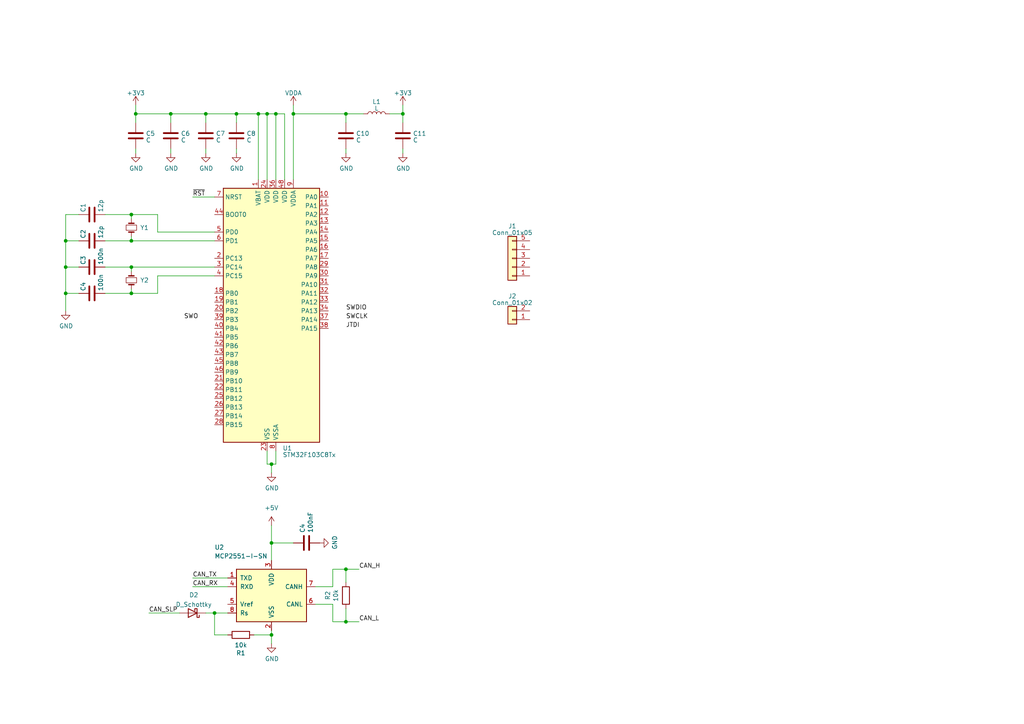
<source format=kicad_sch>
(kicad_sch (version 20230121) (generator eeschema)
  (paper "A4")
  (lib_symbols
    (symbol "Connector_Generic:Conn_01x02" (pin_names (offset 1.016) hide)
      (property "Reference" "J" (at 0 2.54 0))
      (property "Value" "Conn_01x02" (at 0 -5.08 0))
      (symbol "Conn_01x02_1_1"
        (rectangle (start -1.27 -2.413) (end 0 -2.667) (stroke (width 0.1524)))
        (rectangle (start -1.27 0.127) (end 0 -0.127) (stroke (width 0.1524)))
        (rectangle (start -1.27 1.27) (end 1.27 -3.81) (stroke (width 0.254)) (fill (type background)))
        (pin passive line (at -5.08 0 0) (length 3.81) (name "Pin_1") (number "1"))
        (pin passive line (at -5.08 -2.54 0) (length 3.81) (name "Pin_2") (number "2"))
      )
    )
    (symbol "Connector_Generic:Conn_01x05" (pin_names (offset 1.016) hide)
      (property "Reference" "J" (at 0 7.62 0))
      (property "Value" "Conn_01x05" (at 0 -7.62 0))
      (symbol "Conn_01x05_1_1"
        (rectangle (start -1.27 -4.953) (end 0 -5.207) (stroke (width 0.1524)))
        (rectangle (start -1.27 -2.413) (end 0 -2.667) (stroke (width 0.1524)))
        (rectangle (start -1.27 0.127) (end 0 -0.127) (stroke (width 0.1524)))
        (rectangle (start -1.27 2.667) (end 0 2.413) (stroke (width 0.1524)))
        (rectangle (start -1.27 5.207) (end 0 4.953) (stroke (width 0.1524)))
        (rectangle (start -1.27 6.35) (end 1.27 -6.35) (stroke (width 0.254)) (fill (type background)))
        (pin passive line (at -5.08 5.08 0) (length 3.81) (name "Pin_1") (number "1"))
        (pin passive line (at -5.08 2.54 0) (length 3.81) (name "Pin_2") (number "2"))
        (pin passive line (at -5.08 0 0) (length 3.81) (name "Pin_3") (number "3"))
        (pin passive line (at -5.08 -2.54 0) (length 3.81) (name "Pin_4") (number "4"))
        (pin passive line (at -5.08 -5.08 0) (length 3.81) (name "Pin_5") (number "5"))
      )
    )
    (symbol "Device:C" (pin_numbers hide) (pin_names (offset 0.254))
      (property "Reference" "C" (at 0.635 2.54 0))
      (property "Value" "C" (at 0.635 -2.54 0))
      (symbol "C_0_1"
        (polyline (pts (xy -2.032 -0.762) (xy 2.032 -0.762)) (stroke (width 0.508)))
        (polyline (pts (xy -2.032 0.762) (xy 2.032 0.762)) (stroke (width 0.508)))
      )
      (symbol "C_1_1"
        (pin passive line (at 0 3.81 270) (length 2.794) (name "~") (number "1"))
        (pin passive line (at 0 -3.81 90) (length 2.794) (name "~") (number "2"))
      )
    )
    (symbol "Device:Crystal_Small" (pin_numbers hide) (pin_names (offset 1.016) hide)
      (property "Reference" "Y" (at 0 2.54 0))
      (property "Value" "Crystal_Small" (at 0 -2.54 0))
      (symbol "Crystal_Small_0_1"
        (rectangle (start -0.762 -1.524) (end 0.762 1.524))
        (polyline (pts (xy -1.27 -0.762) (xy -1.27 0.762)) (stroke (width 0.381)))
        (polyline (pts (xy 1.27 -0.762) (xy 1.27 0.762)) (stroke (width 0.381)))
      )
      (symbol "Crystal_Small_1_1"
        (pin passive line (at -2.54 0 0) (length 1.27) (name "1") (number "1"))
        (pin passive line (at 2.54 0 180) (length 1.27) (name "2") (number "2"))
      )
    )
    (symbol "Device:D_Schottky" (pin_numbers hide) (pin_names (offset 1.016) hide)
      (property "Reference" "D" (at 0 2.54 0))
      (property "Value" "D_Schottky" (at 0 -2.54 0))
      (symbol "D_Schottky_0_1"
        (polyline (pts (xy 1.27 0) (xy -1.27 0)))
        (polyline (pts (xy 1.27 1.27) (xy 1.27 -1.27) (xy -1.27 0) (xy 1.27 1.27)) (stroke (width 0.254)))
        (polyline (pts (xy -1.905 0.635) (xy -1.905 1.27) (xy -1.27 1.27) (xy -1.27 -1.27) (xy -0.635 -1.27) (xy -0.635 -0.635)) (stroke (width 0.254)))
      )
      (symbol "D_Schottky_1_1"
        (pin passive line (at -3.81 0 0) (length 2.54) (name "K") (number "1"))
        (pin passive line (at 3.81 0 180) (length 2.54) (name "A") (number "2"))
      )
    )
    (symbol "Device:L" (pin_numbers hide) (pin_names (offset 1.016) hide)
      (property "Reference" "L" (at -1.27 0 90))
      (property "Value" "L" (at 1.905 0 90))
      (symbol "L_0_1"
        (arc (start 0 -2.54) (mid 0.6323 -1.905) (end 0 -1.27))
        (arc (start 0 -1.27) (mid 0.6323 -0.635) (end 0 0))
        (arc (start 0 0) (mid 0.6323 0.635) (end 0 1.27))
        (arc (start 0 1.27) (mid 0.6323 1.905) (end 0 2.54))
      )
      (symbol "L_1_1"
        (pin passive line (at 0 3.81 270) (length 1.27) (name "1") (number "1"))
        (pin passive line (at 0 -3.81 90) (length 1.27) (name "2") (number "2"))
      )
    )
    (symbol "Device:R" (pin_numbers hide) (pin_names (offset 0))
      (property "Reference" "R" (at 2.032 0 90))
      (property "Value" "R" (at 0 0 90))
      (symbol "R_0_1"
        (rectangle (start -1.016 -2.54) (end 1.016 2.54) (stroke (width 0.254)))
      )
      (symbol "R_1_1"
        (pin passive line (at 0 3.81 270) (length 1.27) (name "~") (number "1"))
        (pin passive line (at 0 -3.81 90) (length 1.27) (name "~") (number "2"))
      )
    )
    (symbol "Interface_CAN_LIN:MCP2551-I-SN" (pin_names (offset 1.016))
      (property "Reference" "U" (at -10.16 8.89 0))
      (property "Value" "MCP2551-I-SN" (at 2.54 8.89 0))
      (symbol "MCP2551-I-SN_0_1"
        (rectangle (start -10.16 7.62) (end 10.16 -7.62) (stroke (width 0.254)) (fill (type background)))
      )
      (symbol "MCP2551-I-SN_1_1"
        (pin input line (at -12.7 5.08 0) (length 2.54) (name "TXD") (number "1"))
        (pin power_in line (at 0 -10.16 90) (length 2.54) (name "VSS") (number "2"))
        (pin power_in line (at 0 10.16 270) (length 2.54) (name "VDD") (number "3"))
        (pin output line (at -12.7 2.54 0) (length 2.54) (name "RXD") (number "4"))
        (pin power_out line (at -12.7 -2.54 0) (length 2.54) (name "Vref") (number "5"))
        (pin bidirectional line (at 12.7 -2.54 180) (length 2.54) (name "CANL") (number "6"))
        (pin bidirectional line (at 12.7 2.54 180) (length 2.54) (name "CANH") (number "7"))
        (pin input line (at -12.7 -5.08 0) (length 2.54) (name "Rs") (number "8"))
      )
    )
    (symbol "MCU_ST_STM32F1:STM32F103C8Tx"
      (property "Reference" "U" (at -12.7 39.37 0))
      (property "Value" "STM32F103C8Tx" (at 10.16 39.37 0))
      (symbol "STM32F103C8Tx_0_1"
        (rectangle (start -12.7 -35.56) (end 15.24 38.1) (stroke (width 0.254)) (fill (type background)))
      )
      (symbol "STM32F103C8Tx_1_1"
        (pin power_in line (at -2.54 40.64 270) (length 2.54) (name "VBAT") (number "1"))
        (pin bidirectional line (at 17.78 35.56 180) (length 2.54) (name "PA0") (number "10"))
        (pin bidirectional line (at 17.78 33.02 180) (length 2.54) (name "PA1") (number "11"))
        (pin bidirectional line (at 17.78 30.48 180) (length 2.54) (name "PA2") (number "12"))
        (pin bidirectional line (at 17.78 27.94 180) (length 2.54) (name "PA3") (number "13"))
        (pin bidirectional line (at 17.78 25.4 180) (length 2.54) (name "PA4") (number "14"))
        (pin bidirectional line (at 17.78 22.86 180) (length 2.54) (name "PA5") (number "15"))
        (pin bidirectional line (at 17.78 20.32 180) (length 2.54) (name "PA6") (number "16"))
        (pin bidirectional line (at 17.78 17.78 180) (length 2.54) (name "PA7") (number "17"))
        (pin bidirectional line (at -15.24 7.62 0) (length 2.54) (name "PB0") (number "18"))
        (pin bidirectional line (at -15.24 5.08 0) (length 2.54) (name "PB1") (number "19"))
        (pin bidirectional line (at -15.24 17.78 0) (length 2.54) (name "PC13") (number "2"))
        (pin bidirectional line (at -15.24 2.54 0) (length 2.54) (name "PB2") (number "20"))
        (pin bidirectional line (at -15.24 -17.78 0) (length 2.54) (name "PB10") (number "21"))
        (pin bidirectional line (at -15.24 -20.32 0) (length 2.54) (name "PB11") (number "22"))
        (pin power_in line (at 0 -38.1 90) (length 2.54) (name "VSS") (number "23"))
        (pin power_in line (at 0 40.64 270) (length 2.54) (name "VDD") (number "24"))
        (pin bidirectional line (at -15.24 -22.86 0) (length 2.54) (name "PB12") (number "25"))
        (pin bidirectional line (at -15.24 -25.4 0) (length 2.54) (name "PB13") (number "26"))
        (pin bidirectional line (at -15.24 -27.94 0) (length 2.54) (name "PB14") (number "27"))
        (pin bidirectional line (at -15.24 -30.48 0) (length 2.54) (name "PB15") (number "28"))
        (pin bidirectional line (at 17.78 15.24 180) (length 2.54) (name "PA8") (number "29"))
        (pin bidirectional line (at -15.24 15.24 0) (length 2.54) (name "PC14") (number "3"))
        (pin bidirectional line (at 17.78 12.7 180) (length 2.54) (name "PA9") (number "30"))
        (pin bidirectional line (at 17.78 10.16 180) (length 2.54) (name "PA10") (number "31"))
        (pin bidirectional line (at 17.78 7.62 180) (length 2.54) (name "PA11") (number "32"))
        (pin bidirectional line (at 17.78 5.08 180) (length 2.54) (name "PA12") (number "33"))
        (pin bidirectional line (at 17.78 2.54 180) (length 2.54) (name "PA13") (number "34"))
        (pin passive line (at 0 -38.1 90) (length 2.54) hide (name "VSS") (number "35"))
        (pin power_in line (at 2.54 40.64 270) (length 2.54) (name "VDD") (number "36"))
        (pin bidirectional line (at 17.78 0 180) (length 2.54) (name "PA14") (number "37"))
        (pin bidirectional line (at 17.78 -2.54 180) (length 2.54) (name "PA15") (number "38"))
        (pin bidirectional line (at -15.24 0 0) (length 2.54) (name "PB3") (number "39"))
        (pin bidirectional line (at -15.24 12.7 0) (length 2.54) (name "PC15") (number "4"))
        (pin bidirectional line (at -15.24 -2.54 0) (length 2.54) (name "PB4") (number "40"))
        (pin bidirectional line (at -15.24 -5.08 0) (length 2.54) (name "PB5") (number "41"))
        (pin bidirectional line (at -15.24 -7.62 0) (length 2.54) (name "PB6") (number "42"))
        (pin bidirectional line (at -15.24 -10.16 0) (length 2.54) (name "PB7") (number "43"))
        (pin input line (at -15.24 30.48 0) (length 2.54) (name "BOOT0") (number "44"))
        (pin bidirectional line (at -15.24 -12.7 0) (length 2.54) (name "PB8") (number "45"))
        (pin bidirectional line (at -15.24 -15.24 0) (length 2.54) (name "PB9") (number "46"))
        (pin passive line (at 0 -38.1 90) (length 2.54) hide (name "VSS") (number "47"))
        (pin power_in line (at 5.08 40.64 270) (length 2.54) (name "VDD") (number "48"))
        (pin bidirectional line (at -15.24 25.4 0) (length 2.54) (name "PD0") (number "5"))
        (pin bidirectional line (at -15.24 22.86 0) (length 2.54) (name "PD1") (number "6"))
        (pin input line (at -15.24 35.56 0) (length 2.54) (name "NRST") (number "7"))
        (pin power_in line (at 2.54 -38.1 90) (length 2.54) (name "VSSA") (number "8"))
        (pin power_in line (at 7.62 40.64 270) (length 2.54) (name "VDDA") (number "9"))
      )
    )
    (symbol "power:+3V3" (power) (pin_names (offset 0))
      (property "Value" "+3V3" (at 0 3.556 0))
      (symbol "+3V3_0_1"
        (polyline (pts (xy -0.762 1.27) (xy 0 2.54)))
        (polyline (pts (xy 0 0) (xy 0 2.54)))
        (polyline (pts (xy 0 2.54) (xy 0.762 1.27)))
      )
      (symbol "+3V3_1_1"
        (pin power_in line (at 0 0 90) (length 0) hide (name "+3V3") (number "1"))
      )
    )
    (symbol "power:+5V" (power) (pin_names (offset 0))
      (property "Value" "+5V" (at 0 3.556 0))
      (symbol "+5V_0_1"
        (polyline (pts (xy -0.762 1.27) (xy 0 2.54)))
        (polyline (pts (xy 0 0) (xy 0 2.54)))
        (polyline (pts (xy 0 2.54) (xy 0.762 1.27)))
      )
      (symbol "+5V_1_1"
        (pin power_in line (at 0 0 90) (length 0) hide (name "+5V") (number "1"))
      )
    )
    (symbol "power:GND" (power) (pin_names (offset 0))
      (property "Value" "GND" (at 0 -3.81 0))
      (symbol "GND_0_1"
        (polyline (pts (xy 0 0) (xy 0 -1.27) (xy 1.27 -1.27) (xy 0 -2.54) (xy -1.27 -1.27) (xy 0 -1.27)))
      )
      (symbol "GND_1_1"
        (pin power_in line (at 0 0 270) (length 0) hide (name "GND") (number "1"))
      )
    )
    (symbol "power:VDDA" (power) (pin_names (offset 0))
      (property "Value" "VDDA" (at 0 3.81 0))
      (symbol "VDDA_0_1"
        (polyline (pts (xy -0.762 1.27) (xy 0 2.54)))
        (polyline (pts (xy 0 0) (xy 0 2.54)))
        (polyline (pts (xy 0 2.54) (xy 0.762 1.27)))
      )
      (symbol "VDDA_1_1"
        (pin power_in line (at 0 0 90) (length 0) hide (name "VDDA") (number "1"))
      )
    )
  )
  (junction (at 80.01 33.02))
  (junction (at 74.93 33.02))
  (junction (at 100.33 33.02))
  (junction (at 100.33 180.34))
  (junction (at 78.74 134.62))
  (junction (at 59.69 33.02))
  (junction (at 85.09 33.02))
  (junction (at 49.53 33.02))
  (junction (at 62.23 177.8))
  (junction (at 38.1 69.85))
  (junction (at 38.1 85.09))
  (junction (at 78.74 157.48))
  (junction (at 19.05 77.47))
  (junction (at 68.58 33.02))
  (junction (at 116.84 33.02))
  (junction (at 38.1 62.23))
  (junction (at 39.37 33.02))
  (junction (at 77.47 33.02))
  (junction (at 78.74 184.15))
  (junction (at 19.05 69.85))
  (junction (at 38.1 77.47))
  (junction (at 19.05 85.09))
  (junction (at 100.33 165.1))
  (wire (pts (xy 85.09 30.48) (xy 85.09 33.02)))
  (wire (pts (xy 45.72 62.23) (xy 38.1 62.23)))
  (wire (pts (xy 78.74 152.4) (xy 78.74 157.48)))
  (wire (pts (xy 78.74 137.16) (xy 78.74 134.62)))
  (wire (pts (xy 43.18 177.8) (xy 52.07 177.8)))
  (wire (pts (xy 30.48 62.23) (xy 38.1 62.23)))
  (wire (pts (xy 38.1 62.23) (xy 38.1 63.5)))
  (wire (pts (xy 100.33 43.18) (xy 100.33 44.45)))
  (wire (pts (xy 55.88 57.15) (xy 62.23 57.15)))
  (wire (pts (xy 30.48 77.47) (xy 38.1 77.47)))
  (wire (pts (xy 38.1 83.82) (xy 38.1 85.09)))
  (wire (pts (xy 22.86 77.47) (xy 19.05 77.47)))
  (wire (pts (xy 78.74 157.48) (xy 78.74 162.56)))
  (wire (pts (xy 116.84 33.02) (xy 116.84 35.56)))
  (wire (pts (xy 59.69 177.8) (xy 62.23 177.8)))
  (wire (pts (xy 77.47 134.62) (xy 77.47 130.81)))
  (wire (pts (xy 39.37 43.18) (xy 39.37 44.45)))
  (wire (pts (xy 80.01 33.02) (xy 80.01 52.07)))
  (wire (pts (xy 19.05 69.85) (xy 22.86 69.85)))
  (wire (pts (xy 96.52 175.26) (xy 96.52 180.34)))
  (wire (pts (xy 78.74 157.48) (xy 85.09 157.48)))
  (wire (pts (xy 80.01 33.02) (xy 82.55 33.02)))
  (wire (pts (xy 45.72 67.31) (xy 62.23 67.31)))
  (wire (pts (xy 82.55 33.02) (xy 82.55 52.07)))
  (wire (pts (xy 85.09 33.02) (xy 85.09 52.07)))
  (wire (pts (xy 39.37 33.02) (xy 49.53 33.02)))
  (wire (pts (xy 19.05 69.85) (xy 19.05 77.47)))
  (wire (pts (xy 77.47 33.02) (xy 77.47 52.07)))
  (wire (pts (xy 59.69 43.18) (xy 59.69 44.45)))
  (wire (pts (xy 68.58 35.56) (xy 68.58 33.02)))
  (wire (pts (xy 74.93 33.02) (xy 74.93 52.07)))
  (wire (pts (xy 96.52 165.1) (xy 96.52 170.18)))
  (wire (pts (xy 19.05 85.09) (xy 19.05 90.17)))
  (wire (pts (xy 74.93 33.02) (xy 77.47 33.02)))
  (wire (pts (xy 49.53 33.02) (xy 59.69 33.02)))
  (wire (pts (xy 59.69 33.02) (xy 68.58 33.02)))
  (wire (pts (xy 68.58 43.18) (xy 68.58 44.45)))
  (wire (pts (xy 100.33 165.1) (xy 100.33 168.91)))
  (wire (pts (xy 19.05 62.23) (xy 19.05 69.85)))
  (wire (pts (xy 39.37 35.56) (xy 39.37 33.02)))
  (wire (pts (xy 100.33 165.1) (xy 96.52 165.1)))
  (wire (pts (xy 55.88 167.64) (xy 66.04 167.64)))
  (wire (pts (xy 78.74 134.62) (xy 80.01 134.62)))
  (wire (pts (xy 100.33 180.34) (xy 104.14 180.34)))
  (wire (pts (xy 116.84 43.18) (xy 116.84 44.45)))
  (wire (pts (xy 30.48 85.09) (xy 38.1 85.09)))
  (wire (pts (xy 38.1 68.58) (xy 38.1 69.85)))
  (wire (pts (xy 116.84 30.48) (xy 116.84 33.02)))
  (wire (pts (xy 104.14 165.1) (xy 100.33 165.1)))
  (wire (pts (xy 38.1 69.85) (xy 62.23 69.85)))
  (wire (pts (xy 19.05 77.47) (xy 19.05 85.09)))
  (wire (pts (xy 100.33 33.02) (xy 85.09 33.02)))
  (wire (pts (xy 100.33 176.53) (xy 100.33 180.34)))
  (wire (pts (xy 62.23 184.15) (xy 66.04 184.15)))
  (wire (pts (xy 91.44 170.18) (xy 96.52 170.18)))
  (wire (pts (xy 38.1 77.47) (xy 62.23 77.47)))
  (wire (pts (xy 80.01 130.81) (xy 80.01 134.62)))
  (wire (pts (xy 100.33 33.02) (xy 105.41 33.02)))
  (wire (pts (xy 62.23 177.8) (xy 62.23 184.15)))
  (wire (pts (xy 45.72 62.23) (xy 45.72 67.31)))
  (wire (pts (xy 49.53 35.56) (xy 49.53 33.02)))
  (wire (pts (xy 91.44 175.26) (xy 96.52 175.26)))
  (wire (pts (xy 73.66 184.15) (xy 78.74 184.15)))
  (wire (pts (xy 68.58 33.02) (xy 74.93 33.02)))
  (wire (pts (xy 39.37 30.48) (xy 39.37 33.02)))
  (wire (pts (xy 78.74 182.88) (xy 78.74 184.15)))
  (wire (pts (xy 45.72 80.01) (xy 62.23 80.01)))
  (wire (pts (xy 96.52 180.34) (xy 100.33 180.34)))
  (wire (pts (xy 66.04 177.8) (xy 62.23 177.8)))
  (wire (pts (xy 78.74 184.15) (xy 78.74 186.69)))
  (wire (pts (xy 19.05 85.09) (xy 22.86 85.09)))
  (wire (pts (xy 38.1 78.74) (xy 38.1 77.47)))
  (wire (pts (xy 49.53 43.18) (xy 49.53 44.45)))
  (wire (pts (xy 77.47 33.02) (xy 80.01 33.02)))
  (wire (pts (xy 113.03 33.02) (xy 116.84 33.02)))
  (wire (pts (xy 45.72 80.01) (xy 45.72 85.09)))
  (wire (pts (xy 30.48 69.85) (xy 38.1 69.85)))
  (wire (pts (xy 45.72 85.09) (xy 38.1 85.09)))
  (wire (pts (xy 22.86 62.23) (xy 19.05 62.23)))
  (wire (pts (xy 100.33 35.56) (xy 100.33 33.02)))
  (wire (pts (xy 78.74 134.62) (xy 77.47 134.62)))
  (wire (pts (xy 59.69 35.56) (xy 59.69 33.02)))
  (wire (pts (xy 55.88 170.18) (xy 66.04 170.18)))
  (label "CAN_SLP" (at 43.18 177.8 0))
  (label "CAN_L" (at 104.14 180.34 0))
  (label "~{RST}" (at 55.88 57.15 0))
  (label "SWDIO" (at 100.33 90.17 0))
  (label "SWCLK" (at 100.33 92.71 0))
  (label "JTDI" (at 100.33 95.25 0))
  (label "CAN_TX" (at 55.88 167.64 0))
  (label "CAN_RX" (at 55.88 170.18 0))
  (label "SWO" (at 53.34 92.71 0))
  (label "CAN_H" (at 104.14 165.1 0))
  (symbol (lib_id "power:GND") (at 68.58 44.45 0) (unit 1)
    (property "Reference" "#PWR016" (effects hide))
    (property "Value" "GND" (at 68.707 48.8442 0))
    (instances (project "PAC5527Driver" (path "" (reference "#PWR016") (unit 1))) (project "midplate" (path "" (reference "#PWR09") (unit 1))))
  )
  (symbol (lib_id "Connector_Generic:Conn_01x05") (at 148.59 74.93 180) (unit 1)
    (property "Reference" "J1" (at 148.59 65.5701 0))
    (property "Value" "Conn_01x05" (at 148.59 67.4911 0))
    (instances (project "midplate" (path "" (reference "J1") (unit 1)) (path "" (reference "J4") (unit 1))))
  )
  (symbol (lib_id "Device:L") (at 109.22 33.02 90) (unit 1)
    (property "Reference" "L1" (at 109.22 29.5047 90))
    (property "Value" "L" (at 109.22 31.4257 90))
  )
  (symbol (lib_id "Device:C") (at 26.67 69.85 90) (unit 1)
    (property "Reference" "C2" (at 24.13 69.215 0) (effects (justify left)))
    (property "Value" "12p" (at 29.21 69.215 0) (effects (justify left)))
    (property "Footprint" "Capacitor_SMD:C_0603_1608Metric_Pad1.08x0.95mm_HandSolder" (effects hide))
  )
  (symbol (lib_id "power:VDDA") (at 85.09 30.48 0) (unit 1)
    (property "Reference" "#PWR013" (effects hide))
    (property "Value" "VDDA" (at 85.09 26.9781 0))
  )
  (symbol (lib_id "power:+3V3") (at 39.37 30.48 0) (unit 1)
    (property "Reference" "#PWR05" (effects hide))
    (property "Value" "+3V3" (at 39.37 26.9781 0))
  )
  (symbol (lib_id "power:+5V") (at 78.74 152.4 0) (unit 1)
    (property "Reference" "#PWR015" (effects hide))
    (property "Value" "+5V" (at 78.74 147.32 0))
    (instances (project "PAC5527Driver" (path "" (reference "#PWR015") (unit 1))) (project "midplate" (path "" (reference "#PWR011") (unit 1))))
  )
  (symbol (lib_id "Device:C") (at 26.67 62.23 90) (unit 1)
    (property "Reference" "C1" (at 24.13 61.595 0) (effects (justify left)))
    (property "Value" "12p" (at 29.21 61.595 0) (effects (justify left)))
    (property "Footprint" "Capacitor_SMD:C_0603_1608Metric_Pad1.08x0.95mm_HandSolder" (effects hide))
  )
  (symbol (lib_id "power:GND") (at 59.69 44.45 0) (unit 1)
    (property "Reference" "#PWR016" (effects hide))
    (property "Value" "GND" (at 59.817 48.8442 0))
    (instances (project "PAC5527Driver" (path "" (reference "#PWR016") (unit 1))) (project "midplate" (path "" (reference "#PWR08") (unit 1))))
  )
  (symbol (lib_id "power:GND") (at 19.05 90.17 0) (unit 1)
    (property "Reference" "#PWR016" (effects hide))
    (property "Value" "GND" (at 19.177 94.5642 0))
    (instances (project "PAC5527Driver" (path "" (reference "#PWR016") (unit 1))) (project "midplate" (path "" (reference "#PWR04") (unit 1))))
  )
  (symbol (lib_id "power:GND") (at 39.37 44.45 0) (unit 1)
    (property "Reference" "#PWR016" (effects hide))
    (property "Value" "GND" (at 39.497 48.8442 0))
    (instances (project "PAC5527Driver" (path "" (reference "#PWR016") (unit 1))) (project "midplate" (path "" (reference "#PWR06") (unit 1))))
  )
  (symbol (lib_id "Device:C") (at 26.67 85.09 90) (unit 1)
    (property "Reference" "C4" (at 24.13 84.455 0) (effects (justify left)))
    (property "Value" "100n" (at 29.21 84.455 0) (effects (justify left)))
    (property "Footprint" "Capacitor_SMD:C_0603_1608Metric_Pad1.08x0.95mm_HandSolder" (effects hide))
  )
  (symbol (lib_id "Device:C") (at 26.67 77.47 90) (unit 1)
    (property "Reference" "C3" (at 24.13 76.835 0) (effects (justify left)))
    (property "Value" "100n" (at 29.21 76.835 0) (effects (justify left)))
    (property "Footprint" "Capacitor_SMD:C_0603_1608Metric_Pad1.08x0.95mm_HandSolder" (effects hide))
  )
  (symbol (lib_id "power:GND") (at 116.84 44.45 0) (unit 1)
    (property "Reference" "#PWR016" (effects hide))
    (property "Value" "GND" (at 116.967 48.8442 0))
    (instances (project "PAC5527Driver" (path "" (reference "#PWR016") (unit 1))) (project "midplate" (path "" (reference "#PWR017") (unit 1))))
  )
  (symbol (lib_id "Device:C") (at 39.37 39.37 0) (unit 1)
    (property "Reference" "C5" (at 42.291 38.7263 0) (effects (justify left)))
    (property "Value" "C" (at 42.291 40.6473 0) (effects (justify left)))
  )
  (symbol (lib_id "Device:C") (at 59.69 39.37 0) (unit 1)
    (property "Reference" "C7" (at 62.611 38.7263 0) (effects (justify left)))
    (property "Value" "C" (at 62.611 40.6473 0) (effects (justify left)))
  )
  (symbol (lib_id "Device:R") (at 69.85 184.15 90) (unit 1)
    (property "Reference" "R1" (at 69.85 189.4078 90))
    (property "Value" "10k" (at 69.85 187.0964 90))
    (property "Footprint" "Resistor_SMD:R_0402_1005Metric" (effects hide))
    (instances (project "PAC5527Driver" (path "" (reference "R1") (unit 1))) (project "midplate" (path "" (reference "R3") (unit 1))))
  )
  (symbol (lib_id "Device:C") (at 100.33 39.37 0) (unit 1)
    (property "Reference" "C10" (at 103.251 38.7263 0) (effects (justify left)))
    (property "Value" "C" (at 103.251 40.6473 0) (effects (justify left)))
  )
  (symbol (lib_id "power:GND") (at 92.71 157.48 90) (unit 1)
    (property "Reference" "#PWR020" (effects hide))
    (property "Value" "GND" (at 97.1042 157.353 0))
    (instances (project "PAC5527Driver" (path "" (reference "#PWR020") (unit 1))) (project "midplate" (path "" (reference "#PWR014") (unit 1))))
  )
  (symbol (lib_id "Connector_Generic:Conn_01x02") (at 148.59 92.71 180) (unit 1)
    (property "Reference" "J2" (at 148.59 85.8901 0))
    (property "Value" "Conn_01x02" (at 148.59 87.8111 0))
    (instances (project "midplate" (path "" (reference "J2") (unit 1)) (path "" (reference "J5") (unit 1))))
  )
  (symbol (lib_id "Device:Crystal_Small") (at 38.1 81.28 90) (unit 1)
    (property "Reference" "Y2" (at 41.91 81.28 90))
    (property "Value" "Crystal_Small" (effects hide))
  )
  (symbol (lib_id "power:+3V3") (at 116.84 30.48 0) (unit 1)
    (property "Reference" "#PWR016" (effects hide))
    (property "Value" "+3V3" (at 116.84 26.9781 0))
  )
  (symbol (lib_id "Device:R") (at 100.33 172.72 0) (unit 1)
    (property "Reference" "R2" (at 95.0722 172.72 90))
    (property "Value" "10k" (at 97.3836 172.72 90))
    (property "Footprint" "Resistor_SMD:R_0402_1005Metric" (effects hide))
    (instances (project "PAC5527Driver" (path "" (reference "R2") (unit 1))) (project "midplate" (path "" (reference "R4") (unit 1))))
  )
  (symbol (lib_id "power:GND") (at 100.33 44.45 0) (unit 1)
    (property "Reference" "#PWR016" (effects hide))
    (property "Value" "GND" (at 100.457 48.8442 0))
    (instances (project "PAC5527Driver" (path "" (reference "#PWR016") (unit 1))) (project "midplate" (path "" (reference "#PWR015") (unit 1))))
  )
  (symbol (lib_id "Device:D_Schottky") (at 55.88 177.8 180) (unit 1)
    (property "Reference" "D2" (at 56.1975 172.5635 0))
    (property "Value" "D_Schottky" (at 56.1975 175.3386 0))
    (property "Footprint" "Diode_SMD:D_SOD-323" (effects hide))
  )
  (symbol (lib_id "Device:C") (at 49.53 39.37 0) (unit 1)
    (property "Reference" "C6" (at 52.451 38.7263 0) (effects (justify left)))
    (property "Value" "C" (at 52.451 40.6473 0) (effects (justify left)))
  )
  (symbol (lib_id "Device:Crystal_Small") (at 38.1 66.04 90) (unit 1)
    (property "Reference" "Y1" (at 40.64 66.04 90) (effects (justify right)))
    (property "Value" "Crystal_Small" (effects hide))
  )
  (symbol (lib_id "Device:C") (at 68.58 39.37 0) (unit 1)
    (property "Reference" "C8" (at 71.501 38.7263 0) (effects (justify left)))
    (property "Value" "C" (at 71.501 40.6473 0) (effects (justify left)))
  )
  (symbol (lib_id "power:GND") (at 49.53 44.45 0) (unit 1)
    (property "Reference" "#PWR016" (effects hide))
    (property "Value" "GND" (at 49.657 48.8442 0))
    (instances (project "PAC5527Driver" (path "" (reference "#PWR016") (unit 1))) (project "midplate" (path "" (reference "#PWR07") (unit 1))))
  )
  (symbol (lib_id "power:GND") (at 78.74 137.16 0) (unit 1)
    (property "Reference" "#PWR016" (effects hide))
    (property "Value" "GND" (at 78.867 141.5542 0))
    (instances (project "PAC5527Driver" (path "" (reference "#PWR016") (unit 1))) (project "midplate" (path "" (reference "#PWR010") (unit 1))))
  )
  (symbol (lib_id "Device:C") (at 88.9 157.48 90) (unit 1)
    (property "Reference" "C4" (at 87.7316 154.559 0) (effects (justify left)))
    (property "Value" "100nF" (at 90.043 154.559 0) (effects (justify left)))
    (property "Footprint" "Capacitor_SMD:C_0603_1608Metric" (effects hide))
    (instances (project "PAC5527Driver" (path "" (reference "C4") (unit 1))) (project "midplate" (path "" (reference "C9") (unit 1))))
  )
  (symbol (lib_id "power:GND") (at 78.74 186.69 0) (unit 1)
    (property "Reference" "#PWR016" (effects hide))
    (property "Value" "GND" (at 78.867 191.0842 0))
    (instances (project "PAC5527Driver" (path "" (reference "#PWR016") (unit 1))) (project "midplate" (path "" (reference "#PWR012") (unit 1))))
  )
  (symbol (lib_id "Device:C") (at 116.84 39.37 0) (unit 1)
    (property "Reference" "C11" (at 119.761 38.7263 0) (effects (justify left)))
    (property "Value" "C" (at 119.761 40.6473 0) (effects (justify left)))
  )
  (symbol (lib_id "Interface_CAN_LIN:MCP2551-I-SN") (at 78.74 172.72 0) (unit 1)
    (property "Reference" "U2" (at 62.23 158.75 0) (effects (justify left)))
    (property "Value" "MCP2551-I-SN" (at 62.23 161.29 0) (effects (justify left)))
    (property "Footprint" "Package_SO:SOIC-8_3.9x4.9mm_P1.27mm" (effects hide))
    (property "Datasheet" "http://ww1.microchip.com/downloads/en/devicedoc/21667d.pdf" (effects hide))
  )
  (symbol (lib_id "MCU_ST_STM32F1:STM32F103C8Tx") (at 77.47 92.71 0) (unit 1)
    (property "Reference" "U1" (at 81.9659 129.9925 0) (effects (justify left)))
    (property "Value" "STM32F103C8Tx" (at 81.9659 131.9135 0) (effects (justify left)))
    (property "Footprint" "Package_QFP:LQFP-48_7x7mm_P0.5mm" (effects hide))
    (property "Datasheet" "https://www.st.com/resource/en/datasheet/stm32f103c8.pdf" (effects hide))
  )
)
</source>
